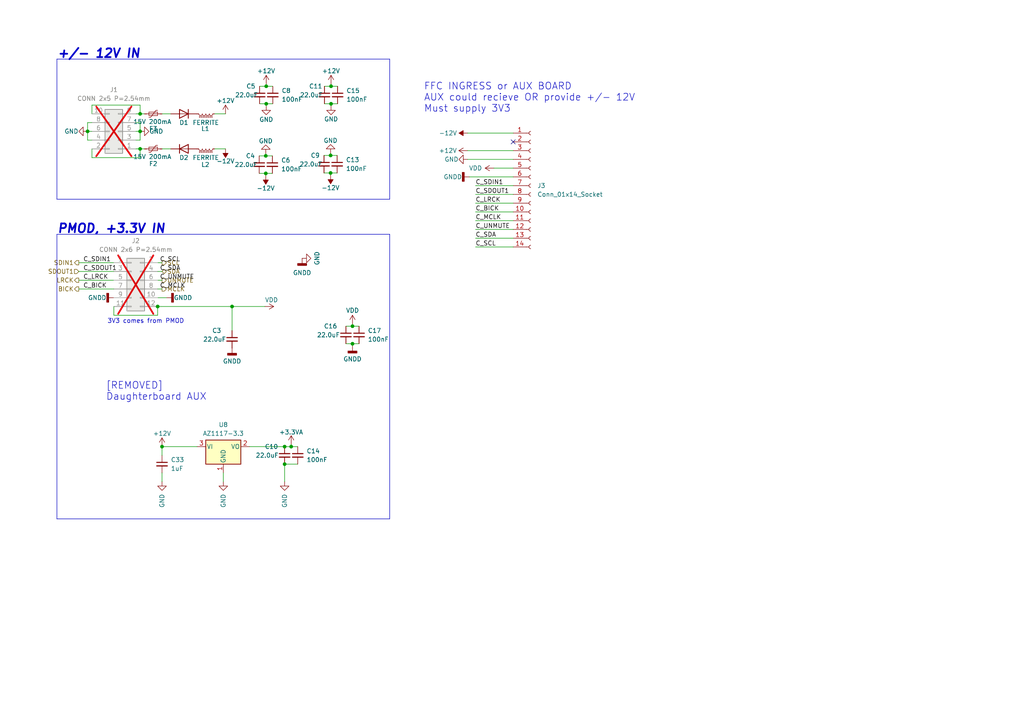
<source format=kicad_sch>
(kicad_sch (version 20250114) (generator "eeschema") (generator_version "9.0")
  (paper "A4")
  (lib_symbols
    (symbol "Connector:Conn_01x14_Socket" (pin_names (offset 1.016) (hide yes))
      (property "Reference" "J" (at 0 17.78 0))
      (property "Value" "Conn_01x14_Socket" (at 0 -20.32 0))
      (symbol "Conn_01x14_Socket_1_1"
        (polyline (pts (xy -1.27 15.24) (xy -0.508 15.24)) (stroke (width 0.1524)))
        (polyline (pts (xy -1.27 12.7) (xy -0.508 12.7)) (stroke (width 0.1524)))
        (polyline (pts (xy -1.27 10.16) (xy -0.508 10.16)) (stroke (width 0.1524)))
        (polyline (pts (xy -1.27 7.62) (xy -0.508 7.62)) (stroke (width 0.1524)))
        (polyline (pts (xy -1.27 5.08) (xy -0.508 5.08)) (stroke (width 0.1524)))
        (polyline (pts (xy -1.27 2.54) (xy -0.508 2.54)) (stroke (width 0.1524)))
        (polyline (pts (xy -1.27 0) (xy -0.508 0)) (stroke (width 0.1524)))
        (polyline (pts (xy -1.27 -2.54) (xy -0.508 -2.54)) (stroke (width 0.1524)))
        (polyline (pts (xy -1.27 -5.08) (xy -0.508 -5.08)) (stroke (width 0.1524)))
        (polyline (pts (xy -1.27 -7.62) (xy -0.508 -7.62)) (stroke (width 0.1524)))
        (polyline (pts (xy -1.27 -10.16) (xy -0.508 -10.16)) (stroke (width 0.1524)))
        (polyline (pts (xy -1.27 -12.7) (xy -0.508 -12.7)) (stroke (width 0.1524)))
        (polyline (pts (xy -1.27 -15.24) (xy -0.508 -15.24)) (stroke (width 0.1524)))
        (polyline (pts (xy -1.27 -17.78) (xy -0.508 -17.78)) (stroke (width 0.1524)))
        (arc (start 0 14.732) (mid -0.5058 15.24) (end 0 15.748) (stroke (width 0.1524)))
        (arc (start 0 12.192) (mid -0.5058 12.7) (end 0 13.208) (stroke (width 0.1524)))
        (arc (start 0 9.652) (mid -0.5058 10.16) (end 0 10.668) (stroke (width 0.1524)))
        (arc (start 0 7.112) (mid -0.5058 7.62) (end 0 8.128) (stroke (width 0.1524)))
        (arc (start 0 4.572) (mid -0.5058 5.08) (end 0 5.588) (stroke (width 0.1524)))
        (arc (start 0 2.032) (mid -0.5058 2.54) (end 0 3.048) (stroke (width 0.1524)))
        (arc (start 0 -0.508) (mid -0.5058 0) (end 0 0.508) (stroke (width 0.1524)))
        (arc (start 0 -3.048) (mid -0.5058 -2.54) (end 0 -2.032) (stroke (width 0.1524)))
        (arc (start 0 -5.588) (mid -0.5058 -5.08) (end 0 -4.572) (stroke (width 0.1524)))
        (arc (start 0 -8.128) (mid -0.5058 -7.62) (end 0 -7.112) (stroke (width 0.1524)))
        (arc (start 0 -10.668) (mid -0.5058 -10.16) (end 0 -9.652) (stroke (width 0.1524)))
        (arc (start 0 -13.208) (mid -0.5058 -12.7) (end 0 -12.192) (stroke (width 0.1524)))
        (arc (start 0 -15.748) (mid -0.5058 -15.24) (end 0 -14.732) (stroke (width 0.1524)))
        (arc (start 0 -18.288) (mid -0.5058 -17.78) (end 0 -17.272) (stroke (width 0.1524)))
        (pin passive line (at -5.08 15.24 0) (length 3.81) (name "Pin_1") (number "1"))
        (pin passive line (at -5.08 12.7 0) (length 3.81) (name "Pin_2") (number "2"))
        (pin passive line (at -5.08 10.16 0) (length 3.81) (name "Pin_3") (number "3"))
        (pin passive line (at -5.08 7.62 0) (length 3.81) (name "Pin_4") (number "4"))
        (pin passive line (at -5.08 5.08 0) (length 3.81) (name "Pin_5") (number "5"))
        (pin passive line (at -5.08 2.54 0) (length 3.81) (name "Pin_6") (number "6"))
        (pin passive line (at -5.08 0 0) (length 3.81) (name "Pin_7") (number "7"))
        (pin passive line (at -5.08 -2.54 0) (length 3.81) (name "Pin_8") (number "8"))
        (pin passive line (at -5.08 -5.08 0) (length 3.81) (name "Pin_9") (number "9"))
        (pin passive line (at -5.08 -7.62 0) (length 3.81) (name "Pin_10") (number "10"))
        (pin passive line (at -5.08 -10.16 0) (length 3.81) (name "Pin_11") (number "11"))
        (pin passive line (at -5.08 -12.7 0) (length 3.81) (name "Pin_12") (number "12"))
        (pin passive line (at -5.08 -15.24 0) (length 3.81) (name "Pin_13") (number "13"))
        (pin passive line (at -5.08 -17.78 0) (length 3.81) (name "Pin_14") (number "14"))
      )
    )
    (symbol "Connector_Generic:Conn_02x05_Odd_Even" (pin_names (offset 1.016) (hide yes))
      (property "Reference" "J" (at 1.27 7.62 0))
      (property "Value" "Conn_02x05_Odd_Even" (at 1.27 -7.62 0))
      (symbol "Conn_02x05_Odd_Even_1_1"
        (rectangle (start -1.27 6.35) (end 3.81 -6.35) (stroke (width 0.254)) (fill (type background)))
        (rectangle (start -1.27 5.207) (end 0 4.953) (stroke (width 0.1524)))
        (rectangle (start -1.27 2.667) (end 0 2.413) (stroke (width 0.1524)))
        (rectangle (start -1.27 0.127) (end 0 -0.127) (stroke (width 0.1524)))
        (rectangle (start -1.27 -2.413) (end 0 -2.667) (stroke (width 0.1524)))
        (rectangle (start -1.27 -4.953) (end 0 -5.207) (stroke (width 0.1524)))
        (rectangle (start 3.81 5.207) (end 2.54 4.953) (stroke (width 0.1524)))
        (rectangle (start 3.81 2.667) (end 2.54 2.413) (stroke (width 0.1524)))
        (rectangle (start 3.81 0.127) (end 2.54 -0.127) (stroke (width 0.1524)))
        (rectangle (start 3.81 -2.413) (end 2.54 -2.667) (stroke (width 0.1524)))
        (rectangle (start 3.81 -4.953) (end 2.54 -5.207) (stroke (width 0.1524)))
        (pin passive line (at -5.08 5.08 0) (length 3.81) (name "Pin_1") (number "1"))
        (pin passive line (at -5.08 2.54 0) (length 3.81) (name "Pin_3") (number "3"))
        (pin passive line (at -5.08 0 0) (length 3.81) (name "Pin_5") (number "5"))
        (pin passive line (at -5.08 -2.54 0) (length 3.81) (name "Pin_7") (number "7"))
        (pin passive line (at -5.08 -5.08 0) (length 3.81) (name "Pin_9") (number "9"))
        (pin passive line (at 7.62 5.08 180) (length 3.81) (name "Pin_2") (number "2"))
        (pin passive line (at 7.62 2.54 180) (length 3.81) (name "Pin_4") (number "4"))
        (pin passive line (at 7.62 0 180) (length 3.81) (name "Pin_6") (number "6"))
        (pin passive line (at 7.62 -2.54 180) (length 3.81) (name "Pin_8") (number "8"))
        (pin passive line (at 7.62 -5.08 180) (length 3.81) (name "Pin_10") (number "10"))
      )
    )
    (symbol "Connector_Generic:Conn_02x06_Odd_Even" (pin_names (offset 1.016) (hide yes))
      (property "Reference" "J" (at 1.27 7.62 0))
      (property "Value" "Conn_02x06_Odd_Even" (at 1.27 -10.16 0))
      (symbol "Conn_02x06_Odd_Even_1_1"
        (rectangle (start -1.27 6.35) (end 3.81 -8.89) (stroke (width 0.254)) (fill (type background)))
        (rectangle (start -1.27 5.207) (end 0 4.953) (stroke (width 0.1524)))
        (rectangle (start -1.27 2.667) (end 0 2.413) (stroke (width 0.1524)))
        (rectangle (start -1.27 0.127) (end 0 -0.127) (stroke (width 0.1524)))
        (rectangle (start -1.27 -2.413) (end 0 -2.667) (stroke (width 0.1524)))
        (rectangle (start -1.27 -4.953) (end 0 -5.207) (stroke (width 0.1524)))
        (rectangle (start -1.27 -7.493) (end 0 -7.747) (stroke (width 0.1524)))
        (rectangle (start 3.81 5.207) (end 2.54 4.953) (stroke (width 0.1524)))
        (rectangle (start 3.81 2.667) (end 2.54 2.413) (stroke (width 0.1524)))
        (rectangle (start 3.81 0.127) (end 2.54 -0.127) (stroke (width 0.1524)))
        (rectangle (start 3.81 -2.413) (end 2.54 -2.667) (stroke (width 0.1524)))
        (rectangle (start 3.81 -4.953) (end 2.54 -5.207) (stroke (width 0.1524)))
        (rectangle (start 3.81 -7.493) (end 2.54 -7.747) (stroke (width 0.1524)))
        (pin passive line (at -5.08 5.08 0) (length 3.81) (name "Pin_1") (number "1"))
        (pin passive line (at -5.08 2.54 0) (length 3.81) (name "Pin_3") (number "3"))
        (pin passive line (at -5.08 0 0) (length 3.81) (name "Pin_5") (number "5"))
        (pin passive line (at -5.08 -2.54 0) (length 3.81) (name "Pin_7") (number "7"))
        (pin passive line (at -5.08 -5.08 0) (length 3.81) (name "Pin_9") (number "9"))
        (pin passive line (at -5.08 -7.62 0) (length 3.81) (name "Pin_11") (number "11"))
        (pin passive line (at 7.62 5.08 180) (length 3.81) (name "Pin_2") (number "2"))
        (pin passive line (at 7.62 2.54 180) (length 3.81) (name "Pin_4") (number "4"))
        (pin passive line (at 7.62 0 180) (length 3.81) (name "Pin_6") (number "6"))
        (pin passive line (at 7.62 -2.54 180) (length 3.81) (name "Pin_8") (number "8"))
        (pin passive line (at 7.62 -5.08 180) (length 3.81) (name "Pin_10") (number "10"))
        (pin passive line (at 7.62 -7.62 180) (length 3.81) (name "Pin_12") (number "12"))
      )
    )
    (symbol "Device:C_Small" (pin_numbers (hide yes)) (pin_names (offset 0.254) (hide yes))
      (property "Reference" "C" (at 0.254 1.778 0))
      (property "Value" "C_Small" (at 0.254 -2.032 0))
      (symbol "C_Small_0_1"
        (polyline (pts (xy -1.524 0.508) (xy 1.524 0.508)) (stroke (width 0.3048)))
        (polyline (pts (xy -1.524 -0.508) (xy 1.524 -0.508)) (stroke (width 0.3302)))
      )
      (symbol "C_Small_1_1"
        (pin passive line (at 0 2.54 270) (length 2.032) (name "~") (number "1"))
        (pin passive line (at 0 -2.54 90) (length 2.032) (name "~") (number "2"))
      )
    )
    (symbol "Device:L_Ferrite_Small" (pin_numbers (hide yes)) (pin_names (offset 0.254) (hide yes))
      (property "Reference" "L" (at 1.27 1.016 0))
      (property "Value" "L_Ferrite_Small" (at 1.27 -1.27 0))
      (symbol "L_Ferrite_Small_0_1"
        (arc (start 0 2.032) (mid 0.5058 1.524) (end 0 1.016))
        (arc (start 0 1.016) (mid 0.5058 0.508) (end 0 0))
        (arc (start 0 0) (mid 0.5058 -0.508) (end 0 -1.016))
        (arc (start 0 -1.016) (mid 0.5058 -1.524) (end 0 -2.032))
        (polyline (pts (xy 0.762 1.651) (xy 0.762 1.905)))
        (polyline (pts (xy 0.762 1.143) (xy 0.762 1.397)))
        (polyline (pts (xy 0.762 0.635) (xy 0.762 0.889)))
        (polyline (pts (xy 0.762 0.127) (xy 0.762 0.381)))
        (polyline (pts (xy 0.762 -0.381) (xy 0.762 -0.127)))
        (polyline (pts (xy 0.762 -0.889) (xy 0.762 -0.635)))
        (polyline (pts (xy 0.762 -1.397) (xy 0.762 -1.143)))
        (polyline (pts (xy 0.762 -1.905) (xy 0.762 -1.651)))
        (polyline (pts (xy 1.016 1.905) (xy 1.016 1.651)))
        (polyline (pts (xy 1.016 1.397) (xy 1.016 1.143)))
        (polyline (pts (xy 1.016 0.889) (xy 1.016 0.635)))
        (polyline (pts (xy 1.016 0.381) (xy 1.016 0.127)))
        (polyline (pts (xy 1.016 -0.127) (xy 1.016 -0.381)))
        (polyline (pts (xy 1.016 -0.635) (xy 1.016 -0.889)))
        (polyline (pts (xy 1.016 -1.143) (xy 1.016 -1.397)))
        (polyline (pts (xy 1.016 -1.651) (xy 1.016 -1.905)))
      )
      (symbol "L_Ferrite_Small_1_1"
        (pin passive line (at 0 2.54 270) (length 0.508) (name "~") (number "1"))
        (pin passive line (at 0 -2.54 90) (length 0.508) (name "~") (number "2"))
      )
    )
    (symbol "Device:Polyfuse_Small" (pin_numbers (hide yes)) (pin_names (offset 0))
      (property "Reference" "F" (at -1.905 0 90))
      (property "Value" "Polyfuse_Small" (at 1.905 0 90))
      (symbol "Polyfuse_Small_0_1"
        (polyline (pts (xy -1.016 1.27) (xy -1.016 0.762) (xy 1.016 -0.762) (xy 1.016 -1.27)))
        (rectangle (start -0.508 1.27) (end 0.508 -1.27))
        (polyline (pts (xy 0 2.54) (xy 0 -2.54)))
      )
      (symbol "Polyfuse_Small_1_1"
        (pin passive line (at 0 2.54 270) (length 0.635) (name "~") (number "1"))
        (pin passive line (at 0 -2.54 90) (length 0.635) (name "~") (number "2"))
      )
    )
    (symbol "Diode:US1G" (pin_numbers (hide yes)) (pin_names (offset 1.016) (hide yes))
      (property "Reference" "D" (at 0 2.54 0))
      (property "Value" "US1G" (at 0 -2.54 0))
      (symbol "US1G_0_1"
        (polyline (pts (xy -1.27 1.27) (xy -1.27 -1.27)) (stroke (width 0.254)))
        (polyline (pts (xy 1.27 1.27) (xy 1.27 -1.27) (xy -1.27 0) (xy 1.27 1.27)) (stroke (width 0.254)))
        (polyline (pts (xy 1.27 0) (xy -1.27 0)))
      )
      (symbol "US1G_1_1"
        (pin passive line (at -3.81 0 0) (length 2.54) (name "K") (number "1"))
        (pin passive line (at 3.81 0 180) (length 2.54) (name "A") (number "2"))
      )
    )
    (symbol "Regulator_Linear:AZ1117-3.3" (pin_names (offset 0.254))
      (property "Reference" "U" (at -3.81 3.175 0))
      (property "Value" "AZ1117-3.3" (at 0 3.175 0))
      (symbol "AZ1117-3.3_0_1"
        (rectangle (start -5.08 1.905) (end 5.08 -5.08) (stroke (width 0.254)) (fill (type background)))
      )
      (symbol "AZ1117-3.3_1_1"
        (pin power_in line (at -7.62 0 0) (length 2.54) (name "VI") (number "3"))
        (pin power_in line (at 0 -7.62 90) (length 2.54) (name "GND") (number "1"))
        (pin power_out line (at 7.62 0 180) (length 2.54) (name "VO") (number "2"))
      )
    )
    (symbol "power:+12V" (power) (pin_names (offset 0))
      (property "Value" "+12V" (at 0 3.556 0))
      (symbol "+12V_0_1"
        (polyline (pts (xy -0.762 1.27) (xy 0 2.54)))
        (polyline (pts (xy 0 2.54) (xy 0.762 1.27)))
        (polyline (pts (xy 0 0) (xy 0 2.54)))
      )
      (symbol "+12V_1_1"
        (pin power_in line (at 0 0 90) (length 0) (hide yes) (name "+12V") (number "1"))
      )
    )
    (symbol "power:+3.3VA" (power) (pin_names (offset 0))
      (property "Value" "+3.3VA" (at 0 3.556 0))
      (symbol "+3.3VA_0_1"
        (polyline (pts (xy -0.762 1.27) (xy 0 2.54)))
        (polyline (pts (xy 0 2.54) (xy 0.762 1.27)))
        (polyline (pts (xy 0 0) (xy 0 2.54)))
      )
      (symbol "+3.3VA_1_1"
        (pin power_in line (at 0 0 90) (length 0) (hide yes) (name "+3.3VA") (number "1"))
      )
    )
    (symbol "power:-12V" (power) (pin_names (offset 0))
      (property "Value" "-12V" (at 0 3.81 0))
      (symbol "-12V_0_0"
        (pin power_in line (at 0 0 90) (length 0) (hide yes) (name "-12V") (number "1"))
      )
      (symbol "-12V_0_1"
        (polyline (pts (xy 0 0) (xy 0 1.27) (xy 0.762 1.27) (xy 0 2.54) (xy -0.762 1.27) (xy 0 1.27)) (fill (type outline)))
      )
    )
    (symbol "power:GND" (power) (pin_names (offset 0))
      (property "Value" "GND" (at 0 -3.81 0))
      (symbol "GND_0_1"
        (polyline (pts (xy 0 0) (xy 0 -1.27) (xy 1.27 -1.27) (xy 0 -2.54) (xy -1.27 -1.27) (xy 0 -1.27)))
      )
      (symbol "GND_1_1"
        (pin power_in line (at 0 0 270) (length 0) (hide yes) (name "GND") (number "1"))
      )
    )
    (symbol "power:GNDD" (power) (pin_names (offset 0))
      (property "Value" "GNDD" (at 0 -3.175 0))
      (symbol "GNDD_0_1"
        (rectangle (start -1.27 -1.524) (end 1.27 -2.032) (stroke (width 0.254)) (fill (type outline)))
        (polyline (pts (xy 0 0) (xy 0 -1.524)))
      )
      (symbol "GNDD_1_1"
        (pin power_in line (at 0 0 270) (length 0) (hide yes) (name "GNDD") (number "1"))
      )
    )
    (symbol "power:VDD" (power) (pin_names (offset 0))
      (property "Value" "VDD" (at 0 3.81 0))
      (symbol "VDD_0_1"
        (polyline (pts (xy -0.762 1.27) (xy 0 2.54)))
        (polyline (pts (xy 0 2.54) (xy 0.762 1.27)))
        (polyline (pts (xy 0 0) (xy 0 2.54)))
      )
      (symbol "VDD_1_1"
        (pin power_in line (at 0 0 90) (length 0) (hide yes) (name "VDD") (number "1"))
      )
    )
  )
  (text "+/- 12V IN" (at 16.51 17.145 0) (effects (font (size 2.54 2.54) (thickness 0.508) (bold yes) (italic yes)) (justify left bottom)))
  (text "PMOD, +3.3V IN" (at 16.51 67.945 0) (effects (font (size 2.54 2.54) (thickness 0.508) (bold yes) (italic yes)) (justify left bottom)))
  (text "3V3 comes from PMOD" (at 31.115 93.98 0) (effects (font (size 1.27 1.27)) (justify left bottom)))
  (text "[REMOVED]\nDaughterboard AUX" (at 30.734 116.332 0) (effects (font (size 2 2)) (justify left bottom)))
  (text "FFC INGRESS or AUX BOARD\nAUX could recieve OR provide +/- 12V\nMust supply 3V3" (at 122.936 32.766 0) (effects (font (size 2 2)) (justify left bottom)))
  (junction (at 45.72 88.9))
  (junction (at 96.012 30.099))
  (junction (at 77.216 25.019))
  (junction (at 25.4 38.1))
  (junction (at 82.55 129.54))
  (junction (at 77.089 50.292))
  (junction (at 95.885 45.085))
  (junction (at 40.64 38.1))
  (junction (at 84.455 129.54))
  (junction (at 77.216 30.099))
  (junction (at 40.64 33.02))
  (junction (at 77.089 45.212))
  (junction (at 95.885 50.165))
  (junction (at 96.012 25.019))
  (junction (at 46.99 129.54))
  (junction (at 67.31 88.9))
  (junction (at 82.55 134.62))
  (junction (at 40.64 43.18))
  (junction (at 102.235 99.695))
  (junction (at 102.235 94.615))
  (no_connect (at -53.34 86.36))
  (no_connect (at -54.61 86.36))
  (no_connect (at -54.61 85.09))
  (no_connect (at -53.34 91.44))
  (no_connect (at 148.844 41.148))
  (wire (pts (xy 75.184 45.212) (xy 77.089 45.212)))
  (wire (pts (xy 93.98 45.085) (xy 95.885 45.085)))
  (polyline (pts (xy 113.03 57.785) (xy 16.51 57.785)))
  (wire (pts (xy 45.72 78.74) (xy 46.99 78.74)))
  (wire (pts (xy 77.089 50.292) (xy 77.089 50.927)))
  (wire (pts (xy 96.012 30.099) (xy 96.012 30.734)))
  (polyline (pts (xy 19.05 17.145) (xy 113.03 17.145)))
  (wire (pts (xy 40.64 45.72) (xy 26.67 45.72)))
  (wire (pts (xy 100.33 99.695) (xy 102.235 99.695)))
  (wire (pts (xy 40.64 43.18) (xy 40.64 45.72)))
  (wire (pts (xy 22.86 81.28) (xy 33.02 81.28)))
  (wire (pts (xy 96.012 30.099) (xy 97.917 30.099)))
  (wire (pts (xy 46.99 137.16) (xy 46.99 139.7)))
  (wire (pts (xy 84.455 129.54) (xy 86.36 129.54)))
  (wire (pts (xy 77.216 30.099) (xy 79.121 30.099)))
  (wire (pts (xy 93.98 50.165) (xy 95.885 50.165)))
  (wire (pts (xy 95.885 44.45) (xy 95.885 45.085)))
  (wire (pts (xy 39.37 33.02) (xy 40.64 33.02)))
  (wire (pts (xy 77.216 24.384) (xy 77.216 25.019)))
  (wire (pts (xy 33.02 88.9) (xy 33.02 91.44)))
  (wire (pts (xy 39.37 35.56) (xy 40.64 35.56)))
  (polyline (pts (xy 16.51 57.785) (xy 16.51 17.145)))
  (wire (pts (xy 95.885 50.165) (xy 95.885 50.8)))
  (wire (pts (xy 25.4 35.56) (xy 26.67 35.56)))
  (wire (pts (xy 77.089 45.212) (xy 78.994 45.212)))
  (wire (pts (xy 45.72 86.36) (xy 48.26 86.36)))
  (wire (pts (xy 102.235 93.98) (xy 102.235 94.615)))
  (polyline (pts (xy 113.03 67.945) (xy 113.03 150.495)))
  (wire (pts (xy 46.99 43.18) (xy 49.53 43.18)))
  (wire (pts (xy 137.922 58.928) (xy 148.844 58.928)))
  (wire (pts (xy 137.922 66.548) (xy 148.844 66.548)))
  (wire (pts (xy 62.23 43.18) (xy 65.405 43.18)))
  (wire (pts (xy 22.86 78.74) (xy 33.02 78.74)))
  (wire (pts (xy 45.72 83.82) (xy 46.99 83.82)))
  (wire (pts (xy 45.72 88.9) (xy 67.31 88.9)))
  (wire (pts (xy 82.55 134.62) (xy 82.55 139.7)))
  (wire (pts (xy 33.02 91.44) (xy 45.72 91.44)))
  (wire (pts (xy 26.67 30.48) (xy 26.67 33.02)))
  (wire (pts (xy 22.86 76.2) (xy 33.02 76.2)))
  (wire (pts (xy 84.455 128.905) (xy 84.455 129.54)))
  (wire (pts (xy 96.012 24.384) (xy 96.012 25.019)))
  (wire (pts (xy 26.67 40.64) (xy 25.4 40.64)))
  (wire (pts (xy 82.55 134.62) (xy 86.36 134.62)))
  (wire (pts (xy 46.99 33.02) (xy 49.53 33.02)))
  (wire (pts (xy 136.144 51.308) (xy 148.844 51.308)))
  (wire (pts (xy 46.99 132.08) (xy 46.99 129.54)))
  (wire (pts (xy 137.922 71.628) (xy 148.844 71.628)))
  (wire (pts (xy 39.37 40.64) (xy 40.64 40.64)))
  (wire (pts (xy 64.77 137.16) (xy 64.77 139.7)))
  (wire (pts (xy 40.64 38.1) (xy 40.64 40.64)))
  (wire (pts (xy 45.72 81.28) (xy 46.99 81.28)))
  (wire (pts (xy 137.922 69.088) (xy 148.844 69.088)))
  (polyline (pts (xy 16.51 17.145) (xy 19.05 17.145)))
  (wire (pts (xy 137.922 56.388) (xy 148.844 56.388)))
  (wire (pts (xy 82.55 129.54) (xy 84.455 129.54)))
  (wire (pts (xy 135.636 46.228) (xy 148.844 46.228)))
  (wire (pts (xy 45.72 76.2) (xy 46.99 76.2)))
  (wire (pts (xy 77.216 25.019) (xy 79.121 25.019)))
  (polyline (pts (xy 16.51 67.945) (xy 16.51 150.495)))
  (wire (pts (xy 94.107 30.099) (xy 96.012 30.099)))
  (wire (pts (xy 135.636 38.608) (xy 148.844 38.608)))
  (wire (pts (xy 102.235 94.615) (xy 104.14 94.615)))
  (wire (pts (xy 102.235 99.695) (xy 104.14 99.695)))
  (polyline (pts (xy 16.51 67.945) (xy 113.03 67.945)))
  (wire (pts (xy 67.31 88.9) (xy 76.835 88.9)))
  (wire (pts (xy 22.86 83.82) (xy 33.02 83.82)))
  (wire (pts (xy 40.64 33.02) (xy 40.64 30.48)))
  (wire (pts (xy 77.089 44.577) (xy 77.089 45.212)))
  (wire (pts (xy 75.311 25.019) (xy 77.216 25.019)))
  (wire (pts (xy 100.33 94.615) (xy 102.235 94.615)))
  (wire (pts (xy 95.885 50.165) (xy 97.79 50.165)))
  (wire (pts (xy 72.39 129.54) (xy 82.55 129.54)))
  (wire (pts (xy 25.4 38.1) (xy 26.67 38.1)))
  (wire (pts (xy 26.67 45.72) (xy 26.67 43.18)))
  (wire (pts (xy 77.216 30.099) (xy 77.216 30.734)))
  (wire (pts (xy 40.64 30.48) (xy 26.67 30.48)))
  (wire (pts (xy 41.91 33.02) (xy 40.64 33.02)))
  (wire (pts (xy 96.012 25.019) (xy 97.917 25.019)))
  (wire (pts (xy 62.23 33.02) (xy 65.405 33.02)))
  (wire (pts (xy 137.922 64.008) (xy 148.844 64.008)))
  (wire (pts (xy 75.184 50.292) (xy 77.089 50.292)))
  (wire (pts (xy 25.4 40.64) (xy 25.4 38.1)))
  (wire (pts (xy 40.64 43.18) (xy 41.91 43.18)))
  (wire (pts (xy 45.72 91.44) (xy 45.72 88.9)))
  (wire (pts (xy 77.089 50.292) (xy 78.994 50.292)))
  (wire (pts (xy 137.922 61.468) (xy 148.844 61.468)))
  (wire (pts (xy 39.37 38.1) (xy 40.64 38.1)))
  (wire (pts (xy 135.636 43.688) (xy 148.844 43.688)))
  (wire (pts (xy 25.4 38.1) (xy 25.4 35.56)))
  (wire (pts (xy 39.37 43.18) (xy 40.64 43.18)))
  (wire (pts (xy 75.311 30.099) (xy 77.216 30.099)))
  (wire (pts (xy 94.107 25.019) (xy 96.012 25.019)))
  (wire (pts (xy 67.31 88.9) (xy 67.31 95.885)))
  (wire (pts (xy 46.99 129.54) (xy 57.15 129.54)))
  (polyline (pts (xy 113.03 17.145) (xy 113.03 57.785)))
  (wire (pts (xy 40.64 35.56) (xy 40.64 38.1)))
  (wire (pts (xy 137.922 53.848) (xy 148.844 53.848)))
  (wire (pts (xy 102.235 99.695) (xy 102.235 100.33)))
  (polyline (pts (xy 113.03 150.495) (xy 16.51 150.495)))
  (wire (pts (xy 143.256 48.768) (xy 148.844 48.768)))
  (wire (pts (xy 95.885 45.085) (xy 97.79 45.085)))
  (label "C_MCLK" (at 46.355 83.82 0))
  (label "C_SCL" (at 137.922 71.628 0))
  (label "C_SCL" (at 46.355 76.2 0))
  (label "C_SDOUT1" (at 24.13 78.74 0))
  (label "C_LRCK" (at 137.922 58.928 0))
  (label "C_SDA" (at 137.922 69.088 0))
  (label "C_SDIN1" (at 24.13 76.2 0))
  (label "C_BICK" (at 137.922 61.468 0))
  (label "C_UNMUTE" (at 46.355 81.28 0))
  (label "C_UNMUTE" (at 137.922 66.548 0))
  (label "C_MCLK" (at 137.922 64.008 0))
  (label "C_SDOUT1" (at 137.922 56.388 0))
  (label "C_LRCK" (at 24.13 81.28 0))
  (label "C_BICK" (at 24.13 83.82 0))
  (label "C_SDA" (at 46.355 78.74 0))
  (label "C_SDIN1" (at 137.922 53.848 0))
  (hierarchical_label "SDOUT1" (shape input) (at 22.86 78.74 180))
  (hierarchical_label "SDA" (shape bidirectional) (at 46.99 78.74 0))
  (hierarchical_label "LRCK" (shape output) (at 22.86 81.28 180))
  (hierarchical_label "UNMUTE" (shape output) (at 46.99 81.28 0))
  (hierarchical_label "BICK" (shape output) (at 22.86 83.82 180))
  (hierarchical_label "SDIN1" (shape output) (at 22.86 76.2 180))
  (hierarchical_label "SCL" (shape output) (at 46.99 76.2 0))
  (hierarchical_label "MCLK" (shape output) (at 46.99 83.82 0))
  (symbol (lib_id "Connector_Generic:Conn_02x05_Odd_Even") (at 34.29 38.1 180) (unit 1) (in_bom no) (dnp yes)
    (property "Reference" "J1" (at 33.02 26.035 0))
    (property "Value" "CONN 2x5 P=2.54mm" (at 33.02 28.575 0))
    (property "Footprint" "Connector_PinHeader_2.54mm:PinHeader_2x05_P2.54mm_Horizontal" (effects (hide yes)))
    (property "lcsc#" "C492433" (effects (hide yes)))
    (property "mfg#" "PZ254R-12-10P" (effects (hide yes)))
  )
  (symbol (lib_id "Device:C_Small") (at 94.107 27.559 0) (mirror y) (unit 1)
    (property "Reference" "C11" (at 91.567 25.019 0))
    (property "Value" "22.0uF" (at 90.297 27.559 0))
    (property "Footprint" "Capacitor_SMD:C_1206_3216Metric" (effects (hide yes)))
    (property "Description" "Unpolarized capacitor, small symbol" (effects (hide yes)))
    (property "mfg#" "CA45-A-16V-22uF-K" (effects (hide yes)))
    (property "lcsc#" "C12891" (effects (hide yes)))
  )
  (symbol (lib_id "power:GNDD") (at 87.63 74.93 0) (unit 1)
    (property "Reference" "#PWR029" (effects (hide yes)))
    (property "Value" "GNDD" (at 87.63 79.121 0))
  )
  (symbol (lib_id "power:GNDD") (at 136.144 51.308 270) (unit 1)
    (property "Reference" "#PWR012" (effects (hide yes)))
    (property "Value" "GNDD" (at 131.318 51.308 90))
  )
  (symbol (lib_id "power:+12V") (at 77.216 24.384 0) (unit 1)
    (property "Reference" "#PWR026" (effects (hide yes)))
    (property "Value" "+12V" (at 74.549 20.574 0) (effects (justify left)))
  )
  (symbol (lib_id "Device:L_Ferrite_Small") (at 59.69 33.02 270) (unit 1)
    (property "Reference" "L1" (at 59.563 37.338 90))
    (property "Value" "FERRITE" (at 59.69 35.56 90))
    (property "Footprint" "Inductor_SMD:L_0603_1608Metric" (effects (hide yes)))
    (property "Datasheet" "https://datasheet.lcsc.com/lcsc/1810311132_Murata-Electronics-BLM18PG121SN1D_C14709.pdf" (effects (hide yes)))
    (property "mfg#" "BLM18PG121SN1D" (effects (hide yes)))
    (property "lcsc#" "C14709" (effects (hide yes)))
  )
  (symbol (lib_id "power:GND") (at 135.636 46.228 270) (mirror x) (unit 1)
    (property "Reference" "#PWR0107" (effects (hide yes)))
    (property "Value" "GND" (at 128.905 46.228 90) (effects (justify left)))
  )
  (symbol (lib_id "power:+12V") (at 65.405 33.02 0) (unit 1)
    (property "Reference" "#PWR013" (effects (hide yes)))
    (property "Value" "+12V" (at 68.072 29.21 0) (effects (justify right)))
  )
  (symbol (lib_id "Device:C_Small") (at 93.98 47.625 0) (mirror y) (unit 1)
    (property "Reference" "C9" (at 91.44 45.085 0))
    (property "Value" "22.0uF" (at 90.17 47.625 0))
    (property "Footprint" "Capacitor_SMD:C_1206_3216Metric" (effects (hide yes)))
    (property "Description" "Unpolarized capacitor, small symbol" (effects (hide yes)))
    (property "mfg#" "CA45-A-16V-22uF-K" (effects (hide yes)))
    (property "lcsc#" "C12891" (effects (hide yes)))
  )
  (symbol (lib_id "Diode:US1G") (at 53.34 43.18 0) (unit 1)
    (property "Reference" "D2" (at 53.34 45.72 0))
    (property "Value" "Nexperia PMEG6010CEH,115" (effects (hide yes)))
    (property "Footprint" "Diode_SMD:D_SOD-123F" (effects (hide yes)))
    (property "mfg#" "Nexperia PMEG6010CEH,115" (effects (hide yes)))
    (property "lcsc#" "C110797" (effects (hide yes)))
  )
  (symbol (lib_id "power:GND") (at 95.885 44.45 180) (unit 1)
    (property "Reference" "#PWR031" (effects (hide yes)))
    (property "Value" "GND" (at 97.917 40.767 0) (effects (justify left)))
  )
  (symbol (lib_id "power:GNDD") (at 33.02 86.36 270) (unit 1)
    (property "Reference" "#PWR09" (effects (hide yes)))
    (property "Value" "GNDD" (at 28.194 86.36 90))
  )
  (symbol (lib_id "power:+12V") (at 46.99 129.54 0) (unit 1)
    (property "Reference" "#PWR015" (effects (hide yes)))
    (property "Value" "+12V" (at 49.657 125.73 0) (effects (justify right)))
  )
  (symbol (lib_id "power:GNDD") (at 48.26 86.36 90) (unit 1)
    (property "Reference" "#PWR011" (effects (hide yes)))
    (property "Value" "GNDD" (at 53.086 86.36 90))
  )
  (symbol (lib_id "Diode:US1G") (at 53.34 33.02 180) (unit 1)
    (property "Reference" "D1" (at 53.34 35.56 0))
    (property "Value" "Nexperia PMEG6010CEH,115" (effects (hide yes)))
    (property "Footprint" "Diode_SMD:D_SOD-123F" (effects (hide yes)))
    (property "mfg#" "Nexperia PMEG6010CEH,115" (effects (hide yes)))
    (property "lcsc#" "C110797" (effects (hide yes)))
  )
  (symbol (lib_id "Device:C_Small") (at 75.311 27.559 0) (mirror y) (unit 1)
    (property "Reference" "C5" (at 72.771 25.019 0))
    (property "Value" "22.0uF" (at 71.501 27.559 0))
    (property "Footprint" "Capacitor_SMD:C_1206_3216Metric" (effects (hide yes)))
    (property "Description" "Unpolarized capacitor, small symbol" (effects (hide yes)))
    (property "mfg#" "CA45-A-16V-22uF-K" (effects (hide yes)))
    (property "lcsc#" "C12891" (effects (hide yes)))
  )
  (symbol (lib_id "Connector_Generic:Conn_02x06_Odd_Even") (at 38.1 81.28 0) (unit 1) (in_bom no) (dnp yes)
    (property "Reference" "J2" (at 39.37 69.85 0))
    (property "Value" "CONN 2x6 P=2.54mm" (at 39.37 72.39 0))
    (property "Footprint" "Connector_PinHeader_2.54mm:PinHeader_2x06_P2.54mm_Horizontal" (effects (hide yes)))
    (property "lcsc#" "C2894986" (effects (hide yes)))
    (property "mfg#" "PZ254-2-06-W-8.5" (effects (hide yes)))
  )
  (symbol (lib_id "Device:C_Small") (at 86.36 132.08 0) (unit 1)
    (property "Reference" "C14" (at 88.9 130.8162 0) (effects (justify left)))
    (property "Value" "100nF" (at 88.9 133.3562 0) (effects (justify left)))
    (property "Footprint" "Capacitor_SMD:C_0603_1608Metric" (effects (hide yes)))
    (property "Datasheet" "https://datasheet.lcsc.com/lcsc/1912111437_TDK-C1608X7R1E104KT000N_C338036.pdf" (effects (hide yes)))
    (property "lcsc#" "C338036" (effects (hide yes)))
    (property "mfg#" "C1608X7R1E104KT000N" (effects (hide yes)))
  )
  (symbol (lib_id "power:GND") (at 82.55 139.7 0) (unit 1)
    (property "Reference" "#PWR037" (effects (hide yes)))
    (property "Value" "GND" (at 82.55 147.32 90) (effects (justify left)))
  )
  (symbol (lib_id "Device:C_Small") (at 78.994 47.752 0) (unit 1)
    (property "Reference" "C6" (at 81.534 46.4882 0) (effects (justify left)))
    (property "Value" "100nF" (at 81.534 49.0282 0) (effects (justify left)))
    (property "Footprint" "Capacitor_SMD:C_0603_1608Metric" (effects (hide yes)))
    (property "Datasheet" "https://datasheet.lcsc.com/lcsc/1912111437_TDK-C1608X7R1E104KT000N_C338036.pdf" (effects (hide yes)))
    (property "lcsc#" "C338036" (effects (hide yes)))
    (property "mfg#" "C1608X7R1E104KT000N" (effects (hide yes)))
  )
  (symbol (lib_id "power:-12V") (at 135.636 38.608 90) (unit 1)
    (property "Reference" "#PWR0115" (effects (hide yes)))
    (property "Value" "-12V" (at 132.588 38.608 90) (effects (justify left)))
  )
  (symbol (lib_id "power:+12V") (at 135.636 43.688 90) (unit 1)
    (property "Reference" "#PWR0114" (effects (hide yes)))
    (property "Value" "+12V" (at 127.254 43.688 90) (effects (justify right)))
  )
  (symbol (lib_id "Device:C_Small") (at 82.55 132.08 0) (mirror y) (unit 1)
    (property "Reference" "C10" (at 78.74 129.54 0))
    (property "Value" "22.0uF" (at 77.47 132.08 0))
    (property "Footprint" "Capacitor_SMD:C_1206_3216Metric" (effects (hide yes)))
    (property "Description" "Unpolarized capacitor, small symbol" (effects (hide yes)))
    (property "mfg#" "TLJA107M006R0800" (effects (hide yes)))
    (property "lcsc#" "C12891" (effects (hide yes)))
  )
  (symbol (lib_id "power:GND") (at 46.99 139.7 0) (unit 1)
    (property "Reference" "#PWR0145" (effects (hide yes)))
    (property "Value" "GND" (at 46.99 147.32 90) (effects (justify left)))
  )
  (symbol (lib_id "power:GND") (at 77.089 44.577 180) (unit 1)
    (property "Reference" "#PWR024" (effects (hide yes)))
    (property "Value" "GND" (at 79.121 40.894 0) (effects (justify left)))
  )
  (symbol (lib_id "power:-12V") (at 95.885 50.8 180) (unit 1)
    (property "Reference" "#PWR032" (effects (hide yes)))
    (property "Value" "-12V" (at 93.218 54.483 0) (effects (justify right)))
  )
  (symbol (lib_id "power:GND") (at 25.4 38.1 270) (mirror x) (unit 1)
    (property "Reference" "#PWR08" (effects (hide yes)))
    (property "Value" "GND" (at 18.669 38.1 90) (effects (justify left)))
  )
  (symbol (lib_id "power:GND") (at 40.64 38.1 90) (mirror x) (unit 1)
    (property "Reference" "#PWR010" (effects (hide yes)))
    (property "Value" "GND" (at 47.371 38.1 90) (effects (justify left)))
  )
  (symbol (lib_id "Device:C_Small") (at 97.917 27.559 0) (unit 1)
    (property "Reference" "C15" (at 100.457 26.2952 0) (effects (justify left)))
    (property "Value" "100nF" (at 100.457 28.8352 0) (effects (justify left)))
    (property "Footprint" "Capacitor_SMD:C_0603_1608Metric" (effects (hide yes)))
    (property "Datasheet" "https://datasheet.lcsc.com/lcsc/1912111437_TDK-C1608X7R1E104KT000N_C338036.pdf" (effects (hide yes)))
    (property "lcsc#" "C338036" (effects (hide yes)))
    (property "mfg#" "C1608X7R1E104KT000N" (effects (hide yes)))
  )
  (symbol (lib_id "power:GNDD") (at 102.235 100.33 0) (unit 1)
    (property "Reference" "#PWR048" (effects (hide yes)))
    (property "Value" "GNDD" (at 102.235 104.14 0))
  )
  (symbol (lib_id "power:-12V") (at 77.089 50.927 180) (unit 1)
    (property "Reference" "#PWR025" (effects (hide yes)))
    (property "Value" "-12V" (at 74.422 54.61 0) (effects (justify right)))
  )
  (symbol (lib_id "power:VDD") (at 143.256 48.768 90) (unit 1)
    (property "Reference" "#PWR0116" (effects (hide yes)))
    (property "Value" "VDD" (at 137.922 48.768 90))
  )
  (symbol (lib_id "power:-12V") (at 65.405 43.18 180) (unit 1)
    (property "Reference" "#PWR014" (effects (hide yes)))
    (property "Value" "-12V" (at 68.072 46.736 0) (effects (justify left)))
  )
  (symbol (lib_id "power:GND") (at 87.63 74.93 90) (unit 1)
    (property "Reference" "#PWR034" (effects (hide yes)))
    (property "Value" "GND" (at 91.948 76.962 0) (effects (justify left)))
  )
  (symbol (lib_id "Device:C_Small") (at 67.31 98.425 0) (mirror y) (unit 1)
    (property "Reference" "C3" (at 62.865 95.885 0))
    (property "Value" "22.0uF" (at 62.23 98.425 0))
    (property "Footprint" "Capacitor_SMD:C_1206_3216Metric" (effects (hide yes)))
    (property "Description" "Unpolarized capacitor, small symbol" (effects (hide yes)))
    (property "lcsc#" "C12891" (effects (hide yes)))
  )
  (symbol (lib_id "Device:C_Small") (at 104.14 97.155 0) (unit 1)
    (property "Reference" "C17" (at 106.68 95.8912 0) (effects (justify left)))
    (property "Value" "100nF" (at 106.68 98.4312 0) (effects (justify left)))
    (property "Footprint" "Capacitor_SMD:C_0603_1608Metric" (effects (hide yes)))
    (property "Datasheet" "https://datasheet.lcsc.com/lcsc/1912111437_TDK-C1608X7R1E104KT000N_C338036.pdf" (effects (hide yes)))
    (property "lcsc#" "C338036" (effects (hide yes)))
    (property "mfg#" "C1608X7R1E104KT000N" (effects (hide yes)))
  )
  (symbol (lib_id "power:GND") (at 96.012 30.734 0) (unit 1)
    (property "Reference" "#PWR040" (effects (hide yes)))
    (property "Value" "GND" (at 93.98 34.544 0) (effects (justify left)))
  )
  (symbol (lib_id "Device:Polyfuse_Small") (at 44.45 33.02 90) (unit 1)
    (property "Reference" "F3" (at 44.45 37.338 90))
    (property "Value" "15V 200mA" (at 44.196 35.306 90))
    (property "Footprint" "Fuse:Fuse_0805_2012Metric" (effects (hide yes)))
    (property "Description" "Resettable fuse, polymeric positive temperature coefficient, small symbol" (effects (hide yes)))
    (property "lcsc#" "C883103" (effects (hide yes)))
    (property "LCSC" "C883103" (effects (hide yes)))
  )
  (symbol (lib_id "Device:Polyfuse_Small") (at 44.45 43.18 90) (unit 1)
    (property "Reference" "F2" (at 44.45 47.498 90))
    (property "Value" "15V 200mA" (at 44.196 45.466 90))
    (property "Footprint" "Fuse:Fuse_0805_2012Metric" (effects (hide yes)))
    (property "Description" "Resettable fuse, polymeric positive temperature coefficient, small symbol" (effects (hide yes)))
    (property "lcsc#" "C883103" (effects (hide yes)))
    (property "LCSC" "C883103" (effects (hide yes)))
  )
  (symbol (lib_id "power:+3.3VA") (at 84.455 128.905 0) (unit 1)
    (property "Reference" "#PWR036" (effects (hide yes)))
    (property "Value" "+3.3VA" (at 84.455 125.349 0))
  )
  (symbol (lib_id "power:VDD") (at 76.835 88.9 270) (unit 1)
    (property "Reference" "#PWR019" (effects (hide yes)))
    (property "Value" "VDD" (at 78.74 86.995 90))
  )
  (symbol (lib_id "power:GNDD") (at 67.31 100.965 0) (unit 1)
    (property "Reference" "#PWR018" (effects (hide yes)))
    (property "Value" "GNDD" (at 67.31 104.775 0))
  )
  (symbol (lib_id "Device:L_Ferrite_Small") (at 59.69 43.18 270) (unit 1)
    (property "Reference" "L2" (at 59.563 47.752 90))
    (property "Value" "FERRITE" (at 59.69 45.72 90))
    (property "Footprint" "Inductor_SMD:L_0603_1608Metric" (effects (hide yes)))
    (property "Datasheet" "https://datasheet.lcsc.com/lcsc/1810311132_Murata-Electronics-BLM18PG121SN1D_C14709.pdf" (effects (hide yes)))
    (property "mfg#" "BLM18PG121SN1D" (effects (hide yes)))
    (property "lcsc#" "C14709" (effects (hide yes)))
  )
  (symbol (lib_id "Connector:Conn_01x14_Socket") (at 153.924 53.848 0) (unit 1)
    (property "Reference" "J3" (at 155.829 53.848 0) (effects (justify left)))
    (property "Value" "Conn_01x14_Socket" (at 155.829 56.388 0) (effects (justify left)))
    (property "Footprint" "ffc-ctxj:FFC_0.5-14P_CTXJ-H2.0_1" (effects (hide yes)))
    (property "lcsc#" "C5373472" (effects (hide yes)))
    (property "mfg#" "FH12-14S-0.5SH(55)" (effects (hide yes)))
  )
  (symbol (lib_id "power:+12V") (at 96.012 24.384 0) (unit 1)
    (property "Reference" "#PWR039" (effects (hide yes)))
    (property "Value" "+12V" (at 93.345 20.574 0) (effects (justify left)))
  )
  (symbol (lib_id "Device:C_Small") (at 46.99 134.62 0) (unit 1)
    (property "Reference" "C33" (at 49.53 133.3562 0) (effects (justify left)))
    (property "Value" "1uF" (at 49.53 135.8962 0) (effects (justify left)))
    (property "Footprint" "Capacitor_SMD:C_0805_2012Metric" (effects (hide yes)))
    (property "Datasheet" "https://datasheet.lcsc.com/lcsc/1912111437_TDK-C1608X7R1E104KT000N_C338036.pdf" (effects (hide yes)))
    (property "LCSC" "C28323" (effects (hide yes)))
  )
  (symbol (lib_id "Device:C_Small") (at 75.184 47.752 0) (mirror y) (unit 1)
    (property "Reference" "C4" (at 72.644 45.212 0))
    (property "Value" "22.0uF" (at 71.374 47.752 0))
    (property "Footprint" "Capacitor_SMD:C_1206_3216Metric" (effects (hide yes)))
    (property "Description" "Unpolarized capacitor, small symbol" (effects (hide yes)))
    (property "mfg#" "CA45-A-16V-22uF-K" (effects (hide yes)))
    (property "lcsc#" "C12891" (effects (hide yes)))
  )
  (symbol (lib_id "Device:C_Small") (at 79.121 27.559 0) (unit 1)
    (property "Reference" "C8" (at 81.661 26.2952 0) (effects (justify left)))
    (property "Value" "100nF" (at 81.661 28.8352 0) (effects (justify left)))
    (property "Footprint" "Capacitor_SMD:C_0603_1608Metric" (effects (hide yes)))
    (property "Datasheet" "https://datasheet.lcsc.com/lcsc/1912111437_TDK-C1608X7R1E104KT000N_C338036.pdf" (effects (hide yes)))
    (property "lcsc#" "C338036" (effects (hide yes)))
    (property "mfg#" "C1608X7R1E104KT000N" (effects (hide yes)))
  )
  (symbol (lib_id "power:GND") (at 64.77 139.7 0) (unit 1)
    (property "Reference" "#PWR0144" (effects (hide yes)))
    (property "Value" "GND" (at 64.77 147.32 90) (effects (justify left)))
  )
  (symbol (lib_id "Device:C_Small") (at 97.79 47.625 0) (unit 1)
    (property "Reference" "C13" (at 100.33 46.3612 0) (effects (justify left)))
    (property "Value" "100nF" (at 100.33 48.9012 0) (effects (justify left)))
    (property "Footprint" "Capacitor_SMD:C_0603_1608Metric" (effects (hide yes)))
    (property "Datasheet" "https://datasheet.lcsc.com/lcsc/1912111437_TDK-C1608X7R1E104KT000N_C338036.pdf" (effects (hide yes)))
    (property "lcsc#" "C338036" (effects (hide yes)))
    (property "mfg#" "C1608X7R1E104KT000N" (effects (hide yes)))
  )
  (symbol (lib_id "Regulator_Linear:AZ1117-3.3") (at 64.77 129.54 0) (unit 1)
    (property "Reference" "U8" (at 64.77 123.19 0))
    (property "Value" "AZ1117-3.3" (at 64.77 125.73 0))
    (property "Footprint" "Package_TO_SOT_SMD:SOT-89-3" (effects (hide yes)))
    (property "Datasheet" "https://www.diodes.com/assets/Datasheets/AZ1117.pdf" (effects (hide yes)))
    (property "Description" "1A 20V Fixed LDO Linear Regulator, 3.3V, SOT-89/SOT-223/TO-220/TO-252/TO-263" (effects (hide yes)))
    (property "lcsc#" "C460428" (effects (hide yes)))
  )
  (symbol (lib_id "power:VDD") (at 102.235 93.98 0) (unit 1)
    (property "Reference" "#PWR044" (effects (hide yes)))
    (property "Value" "VDD" (at 102.235 90.043 0))
  )
  (symbol (lib_id "power:GND") (at 77.216 30.734 0) (unit 1)
    (property "Reference" "#PWR027" (effects (hide yes)))
    (property "Value" "GND" (at 75.184 34.671 0) (effects (justify left)))
  )
  (symbol (lib_id "Device:C_Small") (at 100.33 97.155 0) (mirror y) (unit 1)
    (property "Reference" "C16" (at 95.885 94.615 0))
    (property "Value" "22.0uF" (at 95.25 97.155 0))
    (property "Footprint" "Capacitor_SMD:C_1206_3216Metric" (effects (hide yes)))
    (property "Description" "Unpolarized capacitor, small symbol" (effects (hide yes)))
    (property "mfg#" "TLJA107M006R0800" (effects (hide yes)))
    (property "lcsc#" "C12891" (effects (hide yes)))
  )
)
</source>
